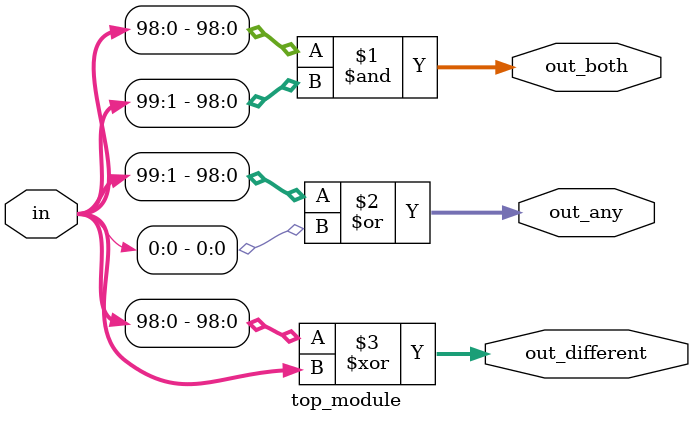
<source format=sv>
module top_module (
    input [99:0] in,
    output [98:0] out_both,
    output [99:1] out_any,
    output [99:0] out_different
);

    assign out_both = in[98:0] & in[99:1];
    
    assign out_any = {in[98], in[99:1] | in[0]};
    
    assign out_different = in[98:0] ^ {in[99], in[98:0]};

endmodule

</source>
